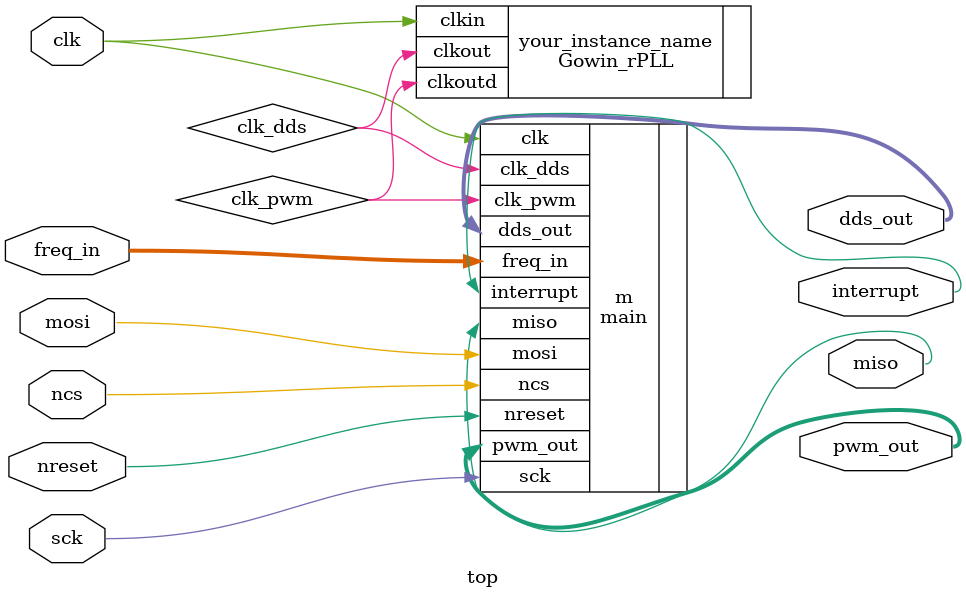
<source format=v>
module top
(
    input wire clk,
    input wire nreset,
    input wire sck,
    input wire mosi,
    input wire ncs,
    output wire miso,
    output wire interrupt,
    output wire [3:0] dds_out,
    output wire [3:0] pwm_out,
    input wire [1:0] freq_in
);
    wire clk_dds, clk_pwm;

    Gowin_rPLL your_instance_name(
        .clkout(clk_dds), //output clkout0
        .clkoutd(clk_pwm), //output clkout1
        .clkin(clk) //input clkin
    );

    main #(.MCLK_DDS(64'd297000000), .MCLK_PWM(32'd74250000))
        m(.clk(clk), .clk_dds(clk_dds), .clk_pwm(clk_pwm), .sck(sck), .mosi(mosi), .ncs(ncs), .miso(miso), .interrupt(interrupt), .nreset(nreset),
            .dds_out(dds_out), .pwm_out(pwm_out), .freq_in(freq_in));

endmodule

</source>
